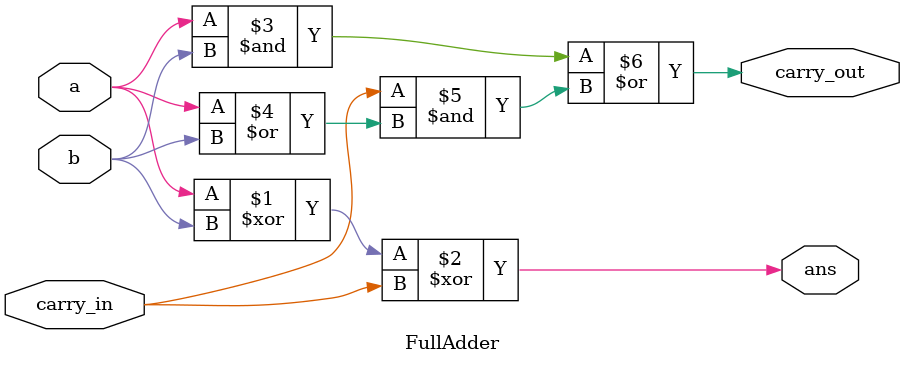
<source format=v>
/* ACM Class System (I) Fall Assignment 1 
 *
 *
 * Implement your naive adder here
 * 
 * GUIDE:
 *   1. Create a RTL project in Vivado
 *   2. Put this file into `Sources'
 *   3. Put `test_adder.v' into `Simulation Sources'
 *   4. Run Behavioral Simulation
 *   5. Make sure to run at least 100 steps during the simulation (usually 100ns)
 *   6. You can see the results in `Tcl console'
 *
 */

module adder(
	input  [15:0] a,
	input  [15:0] b,
	output [15:0] ans,
	output carry
);
wire[16:0] c;
assign c[0]=0;

genvar  i;
generate
	for(i=0;i<16;i=i+1) begin
	FullAdder fa(
		.a   (a[i]),
		.b   (b[i]),
		.carry_in (c[i]),
		.carry_out (c[i+1]),
		.ans (ans[i])
	);
	end
endgenerate



assign carry=c[16];

endmodule

module FullAdder(
	input a,
	input b,
	input carry_in,
	output carry_out,
	output ans
);
assign ans = a^b^carry_in;
assign carry_out=(a&b)|(carry_in&(a|b));

endmodule

</source>
